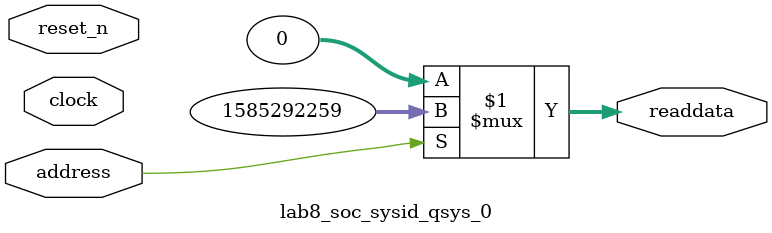
<source format=v>



// synthesis translate_off
`timescale 1ns / 1ps
// synthesis translate_on

// turn off superfluous verilog processor warnings 
// altera message_level Level1 
// altera message_off 10034 10035 10036 10037 10230 10240 10030 

module lab8_soc_sysid_qsys_0 (
               // inputs:
                address,
                clock,
                reset_n,

               // outputs:
                readdata
             )
;

  output  [ 31: 0] readdata;
  input            address;
  input            clock;
  input            reset_n;

  wire    [ 31: 0] readdata;
  //control_slave, which is an e_avalon_slave
  assign readdata = address ? 1585292259 : 0;

endmodule



</source>
